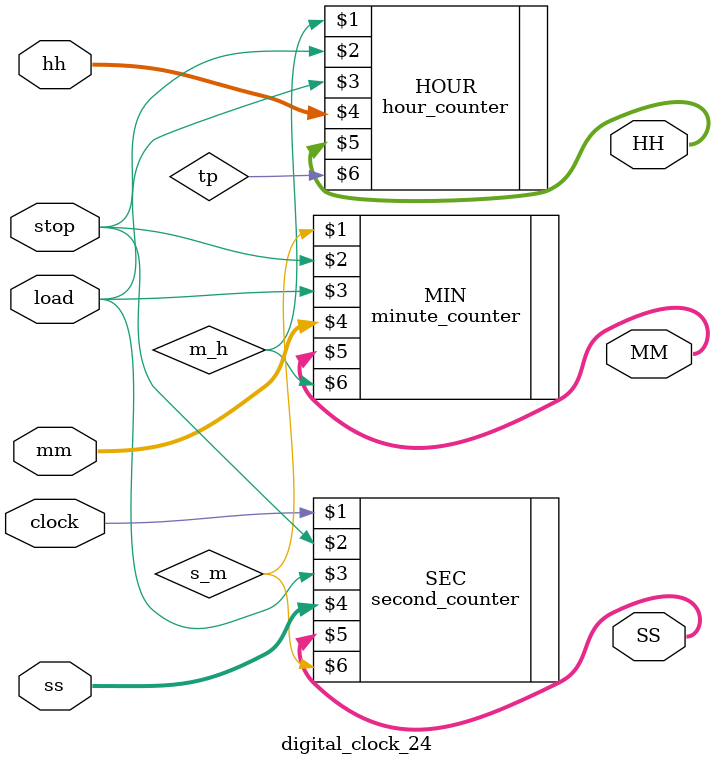
<source format=v>
`timescale 1ns / 1ps


module digital_clock_24(SS,MM,HH,clock,ss,mm,hh,load,stop);

input clock,load,stop;
output [5:0] SS,MM;
output [4:0] HH;
input [5:0] ss,mm;
input [4:0] hh;

wire s_m,m_h,tp;

second_counter SEC (clock,stop,load,ss,SS,s_m);
minute_counter MIN (s_m,stop,load,mm,MM,m_h);
hour_counter HOUR (m_h,stop,load,hh,HH,tp);

endmodule

</source>
